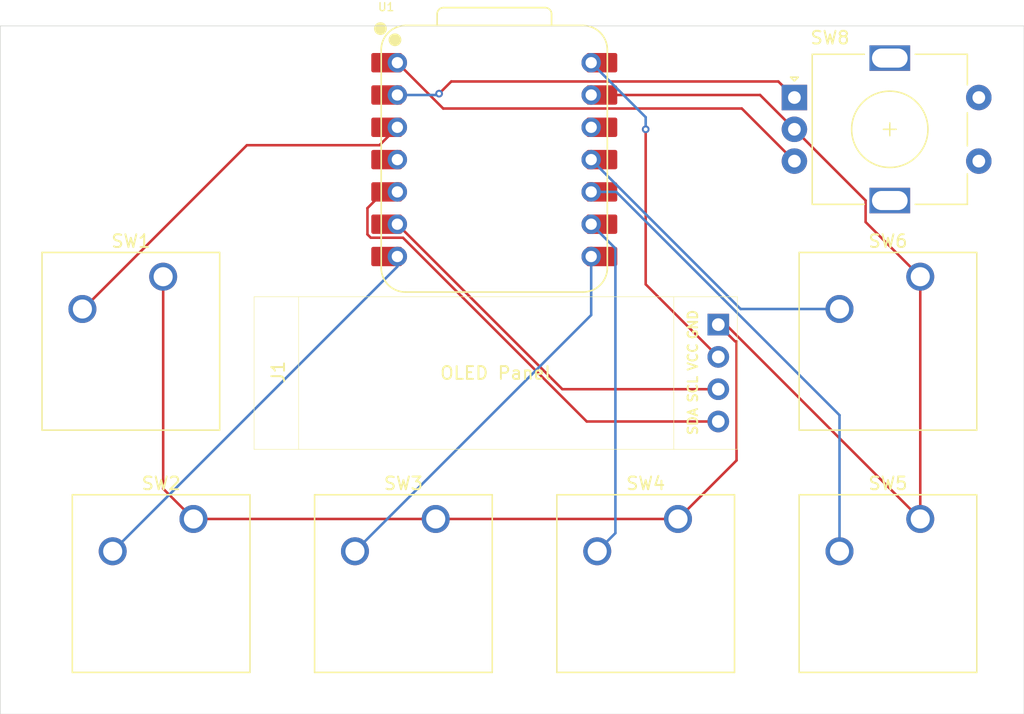
<source format=kicad_pcb>
(kicad_pcb (version 20241229) (generator "pcbnew") (generator_version "9.0")
  (layers (0 "F.Cu" signal) (2 "B.Cu" signal) (13 "F.Paste" user) (15 "B.Paste" user) (5 "F.SilkS" user "F.Silkscreen") (7 "B.SilkS" user "B.Silkscreen") (1 "F.Mask" user) (3 "B.Mask" user) (25 "Edge.Cuts" user))
  (net 0 "")
  (net 1 "+5V")
  (net 2 "GND")
  (net 3 "Net-(J1-Pin_3)")
  (net 4 "Net-(J1-Pin_4)")
  (net 5 "Net-(U1-GPIO28{slash}ADC2{slash}A2)")
  (net 6 "Net-(U1-GPIO0{slash}TX)")
  (net 7 "Net-(U1-GPIO1{slash}RX)")
  (net 8 "Net-(U1-GPIO2{slash}SCK)")
  (net 9 "Net-(U1-GPIO4{slash}MISO)")
  (net 10 "Net-(U1-GPIO3{slash}MOSI)")
  (net 11 "Net-(U1-GPIO27{slash}ADC1{slash}A1)")
  (net 14 "Net-(U1-GPIO26{slash}ADC0{slash}A0)")
  (footprint "Button_Switch_Keyboard:SW_Cherry_MX_1.00u_PCB" (layer "F.Cu") (at 109.69625 52.07)
    (property "Reference" "SW1" (at -2.54 -2.794 0) (layer "F.SilkS"))
    (property "Value" "SW_Push")
    (fp_line (start -9.525 -1.905) (end 4.445 -1.905) (stroke (width 0.12)) (layer "F.SilkS"))
    (fp_line (start -9.525 12.065) (end -9.525 -1.905) (stroke (width 0.12)) (layer "F.SilkS"))
    (fp_line (start 4.445 -1.905) (end 4.445 12.065) (stroke (width 0.12)) (layer "F.SilkS"))
    (fp_line (start 4.445 12.065) (end -9.525 12.065) (stroke (width 0.12)) (layer "F.SilkS"))
    (pad "" np_thru_hole circle (at -7.62 5.08) (size 1.7 1.7) (drill 1.7) (layers "*.Cu" "*.Mask"))
    (pad "" np_thru_hole circle (at -2.54 5.08) (size 4 4) (drill 4) (layers "*.Cu" "*.Mask"))
    (pad "" np_thru_hole circle (at 2.54 5.08) (size 1.7 1.7) (drill 1.7) (layers "*.Cu" "*.Mask"))
    (pad "1" thru_hole circle (at 0 0) (size 2.2 2.2) (drill 1.5) (layers "*.Cu" "*.Mask") (net 2 "GND"))
    (pad "2" thru_hole circle (at -6.35 2.54) (size 2.2 2.2) (drill 1.5) (layers "*.Cu" "*.Mask") (net 5 "Net-(U1-GPIO28{slash}ADC2{slash}A2)"))
  )
  (footprint "Button_Switch_Keyboard:SW_Cherry_MX_1.00u_PCB" (layer "F.Cu") (at 131.1275 71.12)
    (property "Reference" "SW3" (at -2.54 -2.794 0) (layer "F.SilkS"))
    (property "Value" "SW_Push")
    (fp_line (start -9.525 -1.905) (end 4.445 -1.905) (stroke (width 0.12)) (layer "F.SilkS"))
    (fp_line (start -9.525 12.065) (end -9.525 -1.905) (stroke (width 0.12)) (layer "F.SilkS"))
    (fp_line (start 4.445 -1.905) (end 4.445 12.065) (stroke (width 0.12)) (layer "F.SilkS"))
    (fp_line (start 4.445 12.065) (end -9.525 12.065) (stroke (width 0.12)) (layer "F.SilkS"))
    (pad "" np_thru_hole circle (at -7.62 5.08) (size 1.7 1.7) (drill 1.7) (layers "*.Cu" "*.Mask"))
    (pad "" np_thru_hole circle (at -2.54 5.08) (size 4 4) (drill 4) (layers "*.Cu" "*.Mask"))
    (pad "" np_thru_hole circle (at 2.54 5.08) (size 1.7 1.7) (drill 1.7) (layers "*.Cu" "*.Mask"))
    (pad "1" thru_hole circle (at 0 0) (size 2.2 2.2) (drill 1.5) (layers "*.Cu" "*.Mask") (net 2 "GND"))
    (pad "2" thru_hole circle (at -6.35 2.54) (size 2.2 2.2) (drill 1.5) (layers "*.Cu" "*.Mask") (net 7 "Net-(U1-GPIO1{slash}RX)"))
  )
  (footprint "Button_Switch_Keyboard:SW_Cherry_MX_1.00u_PCB" (layer "F.Cu") (at 169.2275 52.07)
    (property "Reference" "SW6" (at -2.54 -2.794 0) (layer "F.SilkS"))
    (property "Value" "SW_Push")
    (fp_line (start -9.525 -1.905) (end 4.445 -1.905) (stroke (width 0.12)) (layer "F.SilkS"))
    (fp_line (start -9.525 12.065) (end -9.525 -1.905) (stroke (width 0.12)) (layer "F.SilkS"))
    (fp_line (start 4.445 -1.905) (end 4.445 12.065) (stroke (width 0.12)) (layer "F.SilkS"))
    (fp_line (start 4.445 12.065) (end -9.525 12.065) (stroke (width 0.12)) (layer "F.SilkS"))
    (pad "" np_thru_hole circle (at -7.62 5.08) (size 1.7 1.7) (drill 1.7) (layers "*.Cu" "*.Mask"))
    (pad "" np_thru_hole circle (at -2.54 5.08) (size 4 4) (drill 4) (layers "*.Cu" "*.Mask"))
    (pad "" np_thru_hole circle (at 2.54 5.08) (size 1.7 1.7) (drill 1.7) (layers "*.Cu" "*.Mask"))
    (pad "1" thru_hole circle (at 0 0) (size 2.2 2.2) (drill 1.5) (layers "*.Cu" "*.Mask") (net 2 "GND"))
    (pad "2" thru_hole circle (at -6.35 2.54) (size 2.2 2.2) (drill 1.5) (layers "*.Cu" "*.Mask") (net 10 "Net-(U1-GPIO3{slash}MOSI)"))
  )
  (footprint "Seeed Studio XIAO Series Library:XIAO-RP2040-DIP" (layer "F.Cu") (at 135.73125 42.8625)
    (property "Reference" "U1" (at -8.5 -12 0) (layer "F.SilkS") (effects (font (size 0.635 0.635) (thickness 0.1016))))
    (property "Value" "XIAO-RP2040-DIP")
    (fp_line (start -8.89 8.509) (end -8.89 -8.636) (stroke (width 0.127)) (layer "F.SilkS"))
    (fp_line (start -6.985 10.414) (end 6.985 10.414) (stroke (width 0.127)) (layer "F.SilkS"))
    (fp_line (start -4.495 -10.541) (end -4.491272 -11.451272) (stroke (width 0.127)) (layer "F.SilkS"))
    (fp_line (start -3.991272 -11.951) (end 4.004 -11.951) (stroke (width 0.127)) (layer "F.SilkS"))
    (fp_line (start 4.504 -11.451) (end 4.504 -10.541) (stroke (width 0.127)) (layer "F.SilkS"))
    (fp_line (start 6.985 -10.541) (end -6.985 -10.541) (stroke (width 0.1)) (layer "F.SilkS"))
    (fp_line (start 6.985 -10.541) (end -6.985 -10.541) (stroke (width 0.127)) (layer "F.SilkS"))
    (fp_line (start 8.89 8.509) (end 8.89 -8.636) (stroke (width 0.127)) (layer "F.SilkS"))
    (fp_arc (start -8.89 -8.636) (mid -8.332038 -9.983038) (end -6.985 -10.541) (stroke (width 0.127)) (layer "F.SilkS"))
    (fp_arc (start -6.985 10.414) (mid -8.332038 9.856038) (end -8.89 8.509) (stroke (width 0.127)) (layer "F.SilkS"))
    (fp_arc (start -4.491272 -11.451272) (mid -4.344728 -11.80464) (end -3.991272 -11.951) (stroke (width 0.127)) (layer "F.SilkS"))
    (fp_arc (start 4.004 -11.951) (mid 4.357553 -11.804553) (end 4.504 -11.451) (stroke (width 0.127)) (layer "F.SilkS"))
    (fp_arc (start 6.985 -10.541) (mid 8.332038 -9.983038) (end 8.89 -8.636) (stroke (width 0.127)) (layer "F.SilkS"))
    (fp_arc (start 8.89 8.509) (mid 8.332038 9.856038) (end 6.985 10.414) (stroke (width 0.127)) (layer "F.SilkS"))
    (fp_circle (center -8.95 -10.3) (end -8.95 -10.554) (stroke (width 0.5)) (fill yes) (layer "F.SilkS"))
    (fp_circle (center -7.807 -9.42) (end -7.807 -9.674) (stroke (width 0.5)) (fill yes) (layer "F.SilkS"))
    (pad "1" smd roundrect (at -8.455 -7.62 180) (size 2.432 1.524) (layers "F.Cu" "F.Mask") (roundrect_rratio 0.1) (net 14 "Net-(U1-GPIO26{slash}ADC0{slash}A0)"))
    (pad "1" thru_hole circle (at -7.62 -7.62 180) (size 1.524 1.524) (drill 0.889) (layers "*.Cu" "*.Mask") (net 14 "Net-(U1-GPIO26{slash}ADC0{slash}A0)"))
    (pad "2" smd roundrect (at -8.455 -5.08 180) (size 2.432 1.524) (layers "F.Cu" "F.Mask") (roundrect_rratio 0.1) (net 11 "Net-(U1-GPIO27{slash}ADC1{slash}A1)"))
    (pad "2" thru_hole circle (at -7.62 -5.08 180) (size 1.524 1.524) (drill 0.889) (layers "*.Cu" "*.Mask") (net 11 "Net-(U1-GPIO27{slash}ADC1{slash}A1)"))
    (pad "3" smd roundrect (at -8.455 -2.54 180) (size 2.432 1.524) (layers "F.Cu" "F.Mask") (roundrect_rratio 0.1) (net 5 "Net-(U1-GPIO28{slash}ADC2{slash}A2)"))
    (pad "3" thru_hole circle (at -7.62 -2.54 180) (size 1.524 1.524) (drill 0.889) (layers "*.Cu" "*.Mask") (net 5 "Net-(U1-GPIO28{slash}ADC2{slash}A2)"))
    (pad "4" smd roundrect (at -8.455 0 180) (size 2.432 1.524) (layers "F.Cu" "F.Mask") (roundrect_rratio 0.1))
    (pad "4" thru_hole circle (at -7.62 0 180) (size 1.524 1.524) (drill 0.889) (layers "*.Cu" "*.Mask"))
    (pad "5" smd roundrect (at -8.455 2.54 180) (size 2.432 1.524) (layers "F.Cu" "F.Mask") (roundrect_rratio 0.1) (net 4 "Net-(J1-Pin_4)"))
    (pad "5" thru_hole circle (at -7.62 2.54 180) (size 1.524 1.524) (drill 0.889) (layers "*.Cu" "*.Mask") (net 4 "Net-(J1-Pin_4)"))
    (pad "6" smd roundrect (at -8.455 5.08 180) (size 2.432 1.524) (layers "F.Cu" "F.Mask") (roundrect_rratio 0.1) (net 3 "Net-(J1-Pin_3)"))
    (pad "6" thru_hole circle (at -7.62 5.08 180) (size 1.524 1.524) (drill 0.889) (layers "*.Cu" "*.Mask") (net 3 "Net-(J1-Pin_3)"))
    (pad "7" smd roundrect (at -8.455 7.62 180) (size 2.432 1.524) (layers "F.Cu" "F.Mask") (roundrect_rratio 0.1) (net 6 "Net-(U1-GPIO0{slash}TX)"))
    (pad "7" thru_hole circle (at -7.62 7.62 180) (size 1.524 1.524) (drill 0.889) (layers "*.Cu" "*.Mask") (net 6 "Net-(U1-GPIO0{slash}TX)"))
    (pad "8" thru_hole circle (at 7.62 7.62) (size 1.524 1.524) (drill 0.889) (layers "*.Cu" "*.Mask") (net 7 "Net-(U1-GPIO1{slash}RX)"))
    (pad "8" smd roundrect (at 8.455 7.62) (size 2.432 1.524) (layers "F.Cu" "F.Mask") (roundrect_rratio 0.1) (net 7 "Net-(U1-GPIO1{slash}RX)"))
    (pad "9" thru_hole circle (at 7.62 5.08) (size 1.524 1.524) (drill 0.889) (layers "*.Cu" "*.Mask") (net 8 "Net-(U1-GPIO2{slash}SCK)"))
    (pad "9" smd roundrect (at 8.455 5.08) (size 2.432 1.524) (layers "F.Cu" "F.Mask") (roundrect_rratio 0.1) (net 8 "Net-(U1-GPIO2{slash}SCK)"))
    (pad "10" thru_hole circle (at 7.62 2.54) (size 1.524 1.524) (drill 0.889) (layers "*.Cu" "*.Mask") (net 9 "Net-(U1-GPIO4{slash}MISO)"))
    (pad "10" smd roundrect (at 8.455 2.54) (size 2.432 1.524) (layers "F.Cu" "F.Mask") (roundrect_rratio 0.1) (net 9 "Net-(U1-GPIO4{slash}MISO)"))
    (pad "11" thru_hole circle (at 7.62 0) (size 1.524 1.524) (drill 0.889) (layers "*.Cu" "*.Mask") (net 10 "Net-(U1-GPIO3{slash}MOSI)"))
    (pad "11" smd roundrect (at 8.455 0) (size 2.432 1.524) (layers "F.Cu" "F.Mask") (roundrect_rratio 0.1) (net 10 "Net-(U1-GPIO3{slash}MOSI)"))
    (pad "12" thru_hole circle (at 7.62 -2.54) (size 1.524 1.524) (drill 0.889) (layers "*.Cu" "*.Mask"))
    (pad "12" smd roundrect (at 8.455 -2.54) (size 2.432 1.524) (layers "F.Cu" "F.Mask") (roundrect_rratio 0.1))
    (pad "13" thru_hole circle (at 7.62 -5.08) (size 1.524 1.524) (drill 0.889) (layers "*.Cu" "*.Mask") (net 2 "GND"))
    (pad "13" smd roundrect (at 8.455 -5.08) (size 2.432 1.524) (layers "F.Cu" "F.Mask") (roundrect_rratio 0.1) (net 2 "GND"))
    (pad "14" thru_hole circle (at 7.62 -7.62) (size 1.524 1.524) (drill 0.889) (layers "*.Cu" "*.Mask") (net 1 "+5V"))
    (pad "14" smd roundrect (at 8.455 -7.62) (size 2.432 1.524) (layers "F.Cu" "F.Mask") (roundrect_rratio 0.1) (net 1 "+5V"))
  )
  (footprint "Button_Switch_Keyboard:SW_Cherry_MX_1.00u_PCB" (layer "F.Cu") (at 169.2275 71.12)
    (property "Reference" "SW5" (at -2.54 -2.794 0) (layer "F.SilkS"))
    (property "Value" "SW_Push")
    (fp_line (start -9.525 -1.905) (end 4.445 -1.905) (stroke (width 0.12)) (layer "F.SilkS"))
    (fp_line (start -9.525 12.065) (end -9.525 -1.905) (stroke (width 0.12)) (layer "F.SilkS"))
    (fp_line (start 4.445 -1.905) (end 4.445 12.065) (stroke (width 0.12)) (layer "F.SilkS"))
    (fp_line (start 4.445 12.065) (end -9.525 12.065) (stroke (width 0.12)) (layer "F.SilkS"))
    (pad "" np_thru_hole circle (at -7.62 5.08) (size 1.7 1.7) (drill 1.7) (layers "*.Cu" "*.Mask"))
    (pad "" np_thru_hole circle (at -2.54 5.08) (size 4 4) (drill 4) (layers "*.Cu" "*.Mask"))
    (pad "" np_thru_hole circle (at 2.54 5.08) (size 1.7 1.7) (drill 1.7) (layers "*.Cu" "*.Mask"))
    (pad "1" thru_hole circle (at 0 0) (size 2.2 2.2) (drill 1.5) (layers "*.Cu" "*.Mask") (net 2 "GND"))
    (pad "2" thru_hole circle (at -6.35 2.54) (size 2.2 2.2) (drill 1.5) (layers "*.Cu" "*.Mask") (net 9 "Net-(U1-GPIO4{slash}MISO)"))
  )
  (footprint "opl2:SSD1306-0.91-OLED-4pin-128x32" (layer "F.Cu") (at 116.84625 53.64625)
    (property "Reference" "J1" (at 1.9 5.91 90) (layer "F.SilkS"))
    (property "Value" "Conn_01x04_Pin")
    (fp_line (start 0 0) (end 0 12) (stroke (width 0.04)) (layer "F.SilkS"))
    (fp_line (start 0 12) (end 38 12) (stroke (width 0.04)) (layer "F.SilkS"))
    (fp_line (start 3.5 0) (end 3.5 12) (stroke (width 0.04)) (layer "F.SilkS"))
    (fp_line (start 33 0) (end 33 12) (stroke (width 0.04)) (layer "F.SilkS"))
    (fp_line (start 38 0) (end 0 0) (stroke (width 0.04)) (layer "F.SilkS"))
    (fp_line (start 38 12) (end 38 0) (stroke (width 0.04)) (layer "F.SilkS"))
    (fp_text user "OLED Panel" (at 19 6 0) (layer "F.SilkS"))
    (fp_text user "VCC" (at 34.5 4.73 270) (layer "F.SilkS") (effects (font (size 0.75 0.75))))
    (fp_text user "SDA" (at 34.5 9.81 270) (layer "F.SilkS") (effects (font (size 0.75 0.75))))
    (fp_text user "SCL" (at 34.5 7.27 270) (layer "F.SilkS") (effects (font (size 0.75 0.75))))
    (fp_text user "GND" (at 34.5 2.19 270) (layer "F.SilkS") (effects (font (size 0.75 0.75))))
    (pad "1" thru_hole rect (at 36.5 2.19) (size 1.7 1.7) (drill 1) (layers "*.Cu" "*.Mask") (net 2 "GND"))
    (pad "2" thru_hole oval (at 36.5 4.73) (size 1.7 1.7) (drill 1) (layers "*.Cu" "*.Mask") (net 1 "+5V"))
    (pad "3" thru_hole oval (at 36.5 7.27) (size 1.7 1.7) (drill 1) (layers "*.Cu" "*.Mask") (net 3 "Net-(J1-Pin_3)"))
    (pad "4" thru_hole oval (at 36.5 9.81) (size 1.7 1.7) (drill 1) (layers "*.Cu" "*.Mask") (net 4 "Net-(J1-Pin_4)"))
  )
  (footprint "Rotary_Encoder:RotaryEncoder_Alps_EC11E-Switch_Vertical_H20mm" (layer "F.Cu") (at 159.33125 37.98125)
    (property "Reference" "SW8" (at 2.8 -4.7 0) (layer "F.SilkS"))
    (property "Value" "RotaryEncoder_Switch")
    (fp_line (start -0.3 -1.6) (end 0.3 -1.6) (stroke (width 0.12)) (layer "F.SilkS"))
    (fp_line (start 0 -1.3) (end -0.3 -1.6) (stroke (width 0.12)) (layer "F.SilkS"))
    (fp_line (start 0.3 -1.6) (end 0 -1.3) (stroke (width 0.12)) (layer "F.SilkS"))
    (fp_line (start 1.4 -3.4) (end 1.4 8.4) (stroke (width 0.12)) (layer "F.SilkS"))
    (fp_line (start 5.5 -3.4) (end 1.4 -3.4) (stroke (width 0.12)) (layer "F.SilkS"))
    (fp_line (start 5.5 8.4) (end 1.4 8.4) (stroke (width 0.12)) (layer "F.SilkS"))
    (fp_line (start 7 2.5) (end 8 2.5) (stroke (width 0.12)) (layer "F.SilkS"))
    (fp_line (start 7.5 2) (end 7.5 3) (stroke (width 0.12)) (layer "F.SilkS"))
    (fp_line (start 9.5 -3.4) (end 13.6 -3.4) (stroke (width 0.12)) (layer "F.SilkS"))
    (fp_line (start 13.6 -3.4) (end 13.6 -1) (stroke (width 0.12)) (layer "F.SilkS"))
    (fp_line (start 13.6 1.2) (end 13.6 3.8) (stroke (width 0.12)) (layer "F.SilkS"))
    (fp_line (start 13.6 6) (end 13.6 8.4) (stroke (width 0.12)) (layer "F.SilkS"))
    (fp_line (start 13.6 8.4) (end 9.5 8.4) (stroke (width 0.12)) (layer "F.SilkS"))
    (fp_circle (center 7.5 2.5) (end 10.5 2.5) (stroke (width 0.12)) (fill no) (layer "F.SilkS"))
    (pad "A" thru_hole rect (at 0 0) (size 2 2) (drill 1) (layers "*.Cu" "*.Mask") (net 11 "Net-(U1-GPIO27{slash}ADC1{slash}A1)"))
    (pad "B" thru_hole circle (at 0 5) (size 2 2) (drill 1) (layers "*.Cu" "*.Mask") (net 14 "Net-(U1-GPIO26{slash}ADC0{slash}A0)"))
    (pad "C" thru_hole circle (at 0 2.5) (size 2 2) (drill 1) (layers "*.Cu" "*.Mask") (net 2 "GND"))
    (pad "MP" thru_hole rect (at 7.5 -3.1) (size 3.2 2) (drill oval 2.8 1.5) (layers "*.Cu" "*.Mask"))
    (pad "MP" thru_hole rect (at 7.5 8.1) (size 3.2 2) (drill oval 2.8 1.5) (layers "*.Cu" "*.Mask"))
    (pad "S1" thru_hole circle (at 14.5 5) (size 2 2) (drill 1) (layers "*.Cu" "*.Mask"))
    (pad "S2" thru_hole circle (at 14.5 0) (size 2 2) (drill 1) (layers "*.Cu" "*.Mask"))
  )
  (footprint "Button_Switch_Keyboard:SW_Cherry_MX_1.00u_PCB" (layer "F.Cu") (at 150.1775 71.12)
    (property "Reference" "SW4" (at -2.54 -2.794 0) (layer "F.SilkS"))
    (property "Value" "SW_Push")
    (fp_line (start -9.525 -1.905) (end 4.445 -1.905) (stroke (width 0.12)) (layer "F.SilkS"))
    (fp_line (start -9.525 12.065) (end -9.525 -1.905) (stroke (width 0.12)) (layer "F.SilkS"))
    (fp_line (start 4.445 -1.905) (end 4.445 12.065) (stroke (width 0.12)) (layer "F.SilkS"))
    (fp_line (start 4.445 12.065) (end -9.525 12.065) (stroke (width 0.12)) (layer "F.SilkS"))
    (pad "" np_thru_hole circle (at -7.62 5.08) (size 1.7 1.7) (drill 1.7) (layers "*.Cu" "*.Mask"))
    (pad "" np_thru_hole circle (at -2.54 5.08) (size 4 4) (drill 4) (layers "*.Cu" "*.Mask"))
    (pad "" np_thru_hole circle (at 2.54 5.08) (size 1.7 1.7) (drill 1.7) (layers "*.Cu" "*.Mask"))
    (pad "1" thru_hole circle (at 0 0) (size 2.2 2.2) (drill 1.5) (layers "*.Cu" "*.Mask") (net 2 "GND"))
    (pad "2" thru_hole circle (at -6.35 2.54) (size 2.2 2.2) (drill 1.5) (layers "*.Cu" "*.Mask") (net 8 "Net-(U1-GPIO2{slash}SCK)"))
  )
  (footprint "Button_Switch_Keyboard:SW_Cherry_MX_1.00u_PCB" (layer "F.Cu") (at 112.0775 71.12)
    (property "Reference" "SW2" (at -2.54 -2.794 0) (layer "F.SilkS"))
    (property "Value" "SW_Push")
    (fp_line (start -9.525 -1.905) (end 4.445 -1.905) (stroke (width 0.12)) (layer "F.SilkS"))
    (fp_line (start -9.525 12.065) (end -9.525 -1.905) (stroke (width 0.12)) (layer "F.SilkS"))
    (fp_line (start 4.445 -1.905) (end 4.445 12.065) (stroke (width 0.12)) (layer "F.SilkS"))
    (fp_line (start 4.445 12.065) (end -9.525 12.065) (stroke (width 0.12)) (layer "F.SilkS"))
    (pad "" np_thru_hole circle (at -7.62 5.08) (size 1.7 1.7) (drill 1.7) (layers "*.Cu" "*.Mask"))
    (pad "" np_thru_hole circle (at -2.54 5.08) (size 4 4) (drill 4) (layers "*.Cu" "*.Mask"))
    (pad "" np_thru_hole circle (at 2.54 5.08) (size 1.7 1.7) (drill 1.7) (layers "*.Cu" "*.Mask"))
    (pad "1" thru_hole circle (at 0 0) (size 2.2 2.2) (drill 1.5) (layers "*.Cu" "*.Mask") (net 2 "GND"))
    (pad "2" thru_hole circle (at -6.35 2.54) (size 2.2 2.2) (drill 1.5) (layers "*.Cu" "*.Mask") (net 6 "Net-(U1-GPIO0{slash}TX)"))
  )
  (gr_rect (start 96.89125 32.3475) (end 177.38375 86.46625) (stroke (width 0.05)) (fill no) (layer "Edge.Cuts"))
  (segment (start 147.6375 52.6675) (end 147.6375 40.48125) (width 0.2) (layer "F.Cu") (net 1))
  (segment (start 153.34625 58.37625) (end 147.6375 52.6675) (width 0.2) (layer "F.Cu") (net 1))
  (via (at 147.6375 40.48125) (size 0.6) (drill 0.3) (layers "F.Cu" "B.Cu") (net 1))
  (segment (start 147.6375 39.52875) (end 143.35125 35.2425) (width 0.2) (layer "B.Cu") (net 1))
  (segment (start 147.6375 40.48125) (end 147.6375 39.52875) (width 0.2) (layer "B.Cu") (net 1))
  (segment (start 112.0775 71.12) (end 131.1275 71.12) (width 0.2) (layer "F.Cu") (net 2))
  (segment (start 169.2275 52.07) (end 164.93025 47.77275) (width 0.2) (layer "F.Cu") (net 2))
  (segment (start 159.33125 40.48125) (end 156.6325 37.7825) (width 0.2) (layer "F.Cu") (net 2))
  (segment (start 150.1775 71.12) (end 154.78125 66.51625) (width 0.2) (layer "F.Cu") (net 2))
  (segment (start 109.69625 52.07) (end 109.69625 68.73875) (width 0.2) (layer "F.Cu") (net 2))
  (segment (start 164.93025 46.08025) (end 159.33125 40.48125) (width 0.2) (layer "F.Cu") (net 2))
  (segment (start 154.66 57.15) (end 153.34625 55.83625) (width 0.2) (layer "F.Cu") (net 2))
  (segment (start 109.69625 68.73875) (end 112.0775 71.12) (width 0.2) (layer "F.Cu") (net 2))
  (segment (start 154.78125 57.15) (end 154.66 57.15) (width 0.2) (layer "F.Cu") (net 2))
  (segment (start 169.2275 71.12) (end 169.2275 52.07) (width 0.2) (layer "F.Cu") (net 2))
  (segment (start 154.78125 66.51625) (end 154.78125 57.15) (width 0.2) (layer "F.Cu") (net 2))
  (segment (start 164.93025 47.77275) (end 164.93025 46.08025) (width 0.2) (layer "F.Cu") (net 2))
  (segment (start 131.1275 71.12) (end 150.1775 71.12) (width 0.2) (layer "F.Cu") (net 2))
  (segment (start 156.6325 37.7825) (end 143.35125 37.7825) (width 0.2) (layer "F.Cu") (net 2))
  (segment (start 153.34625 55.83625) (end 153.94375 55.83625) (width 0.2) (layer "F.Cu") (net 2))
  (segment (start 153.94375 55.83625) (end 169.2275 71.12) (width 0.2) (layer "F.Cu") (net 2))
  (segment (start 153.34625 60.91625) (end 141.085 60.91625) (width 0.2) (layer "F.Cu") (net 3))
  (segment (start 141.085 60.91625) (end 128.11125 47.9425) (width 0.2) (layer "F.Cu") (net 3))
  (segment (start 128.55156 49.0055) (end 126.020624 49.0055) (width 0.2) (layer "F.Cu") (net 4))
  (segment (start 143.00231 63.45625) (end 128.55156 49.0055) (width 0.2) (layer "F.Cu") (net 4))
  (segment (start 126.020624 49.0055) (end 125.75925 48.744126) (width 0.2) (layer "F.Cu") (net 4))
  (segment (start 125.75925 48.744126) (end 125.75925 46.67687) (width 0.2) (layer "F.Cu") (net 4))
  (segment (start 127.03362 45.4025) (end 128.11125 45.4025) (width 0.2) (layer "F.Cu") (net 4))
  (segment (start 153.34625 63.45625) (end 143.00231 63.45625) (width 0.2) (layer "F.Cu") (net 4))
  (segment (start 125.75925 46.67687) (end 127.03362 45.4025) (width 0.2) (layer "F.Cu") (net 4))
  (segment (start 126.70375 41.73) (end 128.11125 40.3225) (width 0.2) (layer "F.Cu") (net 5))
  (segment (start 103.34625 54.61) (end 103.4 54.61) (width 0.2) (layer "F.Cu") (net 5))
  (segment (start 103.4 54.61) (end 116.28 41.73) (width 0.2) (layer "F.Cu") (net 5))
  (segment (start 116.28 41.73) (end 126.70375 41.73) (width 0.2) (layer "F.Cu") (net 5))
  (segment (start 105.7275 73.66) (end 128.11125 51.27625) (width 0.2) (layer "B.Cu") (net 6))
  (segment (start 128.11125 51.27625) (end 128.11125 50.4825) (width 0.2) (layer "B.Cu") (net 6))
  (segment (start 143.35125 55.08625) (end 143.35125 50.4825) (width 0.2) (layer "B.Cu") (net 7))
  (segment (start 124.7775 73.66) (end 143.35125 55.08625) (width 0.2) (layer "B.Cu") (net 7))
  (segment (start 145.25625 72.23125) (end 145.25625 49.8475) (width 0.2) (layer "B.Cu") (net 8))
  (segment (start 143.8275 73.66) (end 145.25625 72.23125) (width 0.2) (layer "B.Cu") (net 8))
  (segment (start 145.25625 49.8475) (end 143.35125 47.9425) (width 0.2) (layer "B.Cu") (net 8))
  (segment (start 145.32415 45.4025) (end 143.35125 45.4025) (width 0.2) (layer "B.Cu") (net 9))
  (segment (start 162.8775 73.66) (end 162.8775 62.95585) (width 0.2) (layer "B.Cu") (net 9))
  (segment (start 162.8775 62.95585) (end 145.32415 45.4025) (width 0.2) (layer "B.Cu") (net 9))
  (segment (start 162.8775 54.61) (end 155.09875 54.61) (width 0.2) (layer "B.Cu") (net 10))
  (segment (start 155.09875 54.61) (end 143.35125 42.8625) (width 0.2) (layer "B.Cu") (net 10))
  (segment (start 158.0695 36.7195) (end 132.34925 36.7195) (width 0.2) (layer "F.Cu") (net 11))
  (segment (start 159.33125 37.98125) (end 158.0695 36.7195) (width 0.2) (layer "F.Cu") (net 11))
  (segment (start 132.34925 36.7195) (end 131.393015 37.675735) (width 0.2) (layer "F.Cu") (net 11))
  (via (at 131.393015 37.675735) (size 0.6) (drill 0.3) (layers "F.Cu" "B.Cu") (net 11))
  (segment (start 131.393015 37.675735) (end 131.28625 37.7825) (width 0.2) (layer "B.Cu") (net 11))
  (segment (start 131.28625 37.7825) (end 128.11125 37.7825) (width 0.2) (layer "B.Cu") (net 11))
  (segment (start 159.33125 42.98125) (end 155.1955 38.8455) (width 0.2) (layer "F.Cu") (net 14))
  (segment (start 155.1955 38.8455) (end 131.71425 38.8455) (width 0.2) (layer "F.Cu") (net 14))
  (segment (start 131.71425 38.8455) (end 128.11125 35.2425) (width 0.2) (layer "F.Cu") (net 14))
)
</source>
